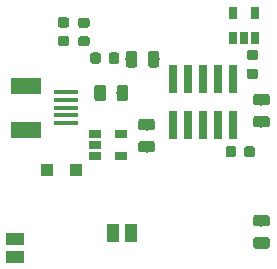
<source format=gbr>
G04 #@! TF.GenerationSoftware,KiCad,Pcbnew,(5.0.1)-rc2*
G04 #@! TF.CreationDate,2019-05-10T17:14:01-07:00*
G04 #@! TF.ProjectId,bullercounter,62756C6C6572636F756E7465722E6B69,rev?*
G04 #@! TF.SameCoordinates,Original*
G04 #@! TF.FileFunction,Paste,Top*
G04 #@! TF.FilePolarity,Positive*
%FSLAX46Y46*%
G04 Gerber Fmt 4.6, Leading zero omitted, Abs format (unit mm)*
G04 Created by KiCad (PCBNEW (5.0.1)-rc2) date 5/10/2019 5:14:01 PM*
%MOMM*%
%LPD*%
G01*
G04 APERTURE LIST*
%ADD10R,2.500000X1.430000*%
%ADD11R,2.000000X0.400000*%
%ADD12C,0.100000*%
%ADD13C,0.975000*%
%ADD14R,1.000000X1.000000*%
%ADD15R,0.740000X2.400000*%
%ADD16C,0.875000*%
%ADD17R,0.650000X1.060000*%
%ADD18R,1.060000X0.650000*%
%ADD19R,1.000000X1.500000*%
%ADD20R,1.500000X1.000000*%
G04 APERTURE END LIST*
D10*
G04 #@! TO.C,J1*
X182003000Y-113952000D03*
D11*
X185403000Y-110802000D03*
X185403000Y-111452000D03*
X185403000Y-112102000D03*
X185403000Y-112752000D03*
X185403000Y-113402000D03*
D10*
X182003000Y-110267000D03*
G04 #@! TD*
D12*
G04 #@! TO.C,D1*
G36*
X193067642Y-107301174D02*
X193091303Y-107304684D01*
X193114507Y-107310496D01*
X193137029Y-107318554D01*
X193158653Y-107328782D01*
X193179170Y-107341079D01*
X193198383Y-107355329D01*
X193216107Y-107371393D01*
X193232171Y-107389117D01*
X193246421Y-107408330D01*
X193258718Y-107428847D01*
X193268946Y-107450471D01*
X193277004Y-107472993D01*
X193282816Y-107496197D01*
X193286326Y-107519858D01*
X193287500Y-107543750D01*
X193287500Y-108456250D01*
X193286326Y-108480142D01*
X193282816Y-108503803D01*
X193277004Y-108527007D01*
X193268946Y-108549529D01*
X193258718Y-108571153D01*
X193246421Y-108591670D01*
X193232171Y-108610883D01*
X193216107Y-108628607D01*
X193198383Y-108644671D01*
X193179170Y-108658921D01*
X193158653Y-108671218D01*
X193137029Y-108681446D01*
X193114507Y-108689504D01*
X193091303Y-108695316D01*
X193067642Y-108698826D01*
X193043750Y-108700000D01*
X192556250Y-108700000D01*
X192532358Y-108698826D01*
X192508697Y-108695316D01*
X192485493Y-108689504D01*
X192462971Y-108681446D01*
X192441347Y-108671218D01*
X192420830Y-108658921D01*
X192401617Y-108644671D01*
X192383893Y-108628607D01*
X192367829Y-108610883D01*
X192353579Y-108591670D01*
X192341282Y-108571153D01*
X192331054Y-108549529D01*
X192322996Y-108527007D01*
X192317184Y-108503803D01*
X192313674Y-108480142D01*
X192312500Y-108456250D01*
X192312500Y-107543750D01*
X192313674Y-107519858D01*
X192317184Y-107496197D01*
X192322996Y-107472993D01*
X192331054Y-107450471D01*
X192341282Y-107428847D01*
X192353579Y-107408330D01*
X192367829Y-107389117D01*
X192383893Y-107371393D01*
X192401617Y-107355329D01*
X192420830Y-107341079D01*
X192441347Y-107328782D01*
X192462971Y-107318554D01*
X192485493Y-107310496D01*
X192508697Y-107304684D01*
X192532358Y-107301174D01*
X192556250Y-107300000D01*
X193043750Y-107300000D01*
X193067642Y-107301174D01*
X193067642Y-107301174D01*
G37*
D13*
X192800000Y-108000000D03*
D12*
G36*
X191192642Y-107301174D02*
X191216303Y-107304684D01*
X191239507Y-107310496D01*
X191262029Y-107318554D01*
X191283653Y-107328782D01*
X191304170Y-107341079D01*
X191323383Y-107355329D01*
X191341107Y-107371393D01*
X191357171Y-107389117D01*
X191371421Y-107408330D01*
X191383718Y-107428847D01*
X191393946Y-107450471D01*
X191402004Y-107472993D01*
X191407816Y-107496197D01*
X191411326Y-107519858D01*
X191412500Y-107543750D01*
X191412500Y-108456250D01*
X191411326Y-108480142D01*
X191407816Y-108503803D01*
X191402004Y-108527007D01*
X191393946Y-108549529D01*
X191383718Y-108571153D01*
X191371421Y-108591670D01*
X191357171Y-108610883D01*
X191341107Y-108628607D01*
X191323383Y-108644671D01*
X191304170Y-108658921D01*
X191283653Y-108671218D01*
X191262029Y-108681446D01*
X191239507Y-108689504D01*
X191216303Y-108695316D01*
X191192642Y-108698826D01*
X191168750Y-108700000D01*
X190681250Y-108700000D01*
X190657358Y-108698826D01*
X190633697Y-108695316D01*
X190610493Y-108689504D01*
X190587971Y-108681446D01*
X190566347Y-108671218D01*
X190545830Y-108658921D01*
X190526617Y-108644671D01*
X190508893Y-108628607D01*
X190492829Y-108610883D01*
X190478579Y-108591670D01*
X190466282Y-108571153D01*
X190456054Y-108549529D01*
X190447996Y-108527007D01*
X190442184Y-108503803D01*
X190438674Y-108480142D01*
X190437500Y-108456250D01*
X190437500Y-107543750D01*
X190438674Y-107519858D01*
X190442184Y-107496197D01*
X190447996Y-107472993D01*
X190456054Y-107450471D01*
X190466282Y-107428847D01*
X190478579Y-107408330D01*
X190492829Y-107389117D01*
X190508893Y-107371393D01*
X190526617Y-107355329D01*
X190545830Y-107341079D01*
X190566347Y-107328782D01*
X190587971Y-107318554D01*
X190610493Y-107310496D01*
X190633697Y-107304684D01*
X190657358Y-107301174D01*
X190681250Y-107300000D01*
X191168750Y-107300000D01*
X191192642Y-107301174D01*
X191192642Y-107301174D01*
G37*
D13*
X190925000Y-108000000D03*
G04 #@! TD*
D14*
G04 #@! TO.C,D2*
X186250000Y-117400000D03*
X183750000Y-117400000D03*
G04 #@! TD*
D15*
G04 #@! TO.C,J2*
X199540000Y-109650000D03*
X199540000Y-113550000D03*
X198270000Y-109650000D03*
X198270000Y-113550000D03*
X197000000Y-109650000D03*
X197000000Y-113550000D03*
X195730000Y-109650000D03*
X195730000Y-113550000D03*
X194460000Y-109650000D03*
X194460000Y-113550000D03*
G04 #@! TD*
D12*
G04 #@! TO.C,L4*
G36*
X192680142Y-113038674D02*
X192703803Y-113042184D01*
X192727007Y-113047996D01*
X192749529Y-113056054D01*
X192771153Y-113066282D01*
X192791670Y-113078579D01*
X192810883Y-113092829D01*
X192828607Y-113108893D01*
X192844671Y-113126617D01*
X192858921Y-113145830D01*
X192871218Y-113166347D01*
X192881446Y-113187971D01*
X192889504Y-113210493D01*
X192895316Y-113233697D01*
X192898826Y-113257358D01*
X192900000Y-113281250D01*
X192900000Y-113768750D01*
X192898826Y-113792642D01*
X192895316Y-113816303D01*
X192889504Y-113839507D01*
X192881446Y-113862029D01*
X192871218Y-113883653D01*
X192858921Y-113904170D01*
X192844671Y-113923383D01*
X192828607Y-113941107D01*
X192810883Y-113957171D01*
X192791670Y-113971421D01*
X192771153Y-113983718D01*
X192749529Y-113993946D01*
X192727007Y-114002004D01*
X192703803Y-114007816D01*
X192680142Y-114011326D01*
X192656250Y-114012500D01*
X191743750Y-114012500D01*
X191719858Y-114011326D01*
X191696197Y-114007816D01*
X191672993Y-114002004D01*
X191650471Y-113993946D01*
X191628847Y-113983718D01*
X191608330Y-113971421D01*
X191589117Y-113957171D01*
X191571393Y-113941107D01*
X191555329Y-113923383D01*
X191541079Y-113904170D01*
X191528782Y-113883653D01*
X191518554Y-113862029D01*
X191510496Y-113839507D01*
X191504684Y-113816303D01*
X191501174Y-113792642D01*
X191500000Y-113768750D01*
X191500000Y-113281250D01*
X191501174Y-113257358D01*
X191504684Y-113233697D01*
X191510496Y-113210493D01*
X191518554Y-113187971D01*
X191528782Y-113166347D01*
X191541079Y-113145830D01*
X191555329Y-113126617D01*
X191571393Y-113108893D01*
X191589117Y-113092829D01*
X191608330Y-113078579D01*
X191628847Y-113066282D01*
X191650471Y-113056054D01*
X191672993Y-113047996D01*
X191696197Y-113042184D01*
X191719858Y-113038674D01*
X191743750Y-113037500D01*
X192656250Y-113037500D01*
X192680142Y-113038674D01*
X192680142Y-113038674D01*
G37*
D13*
X192200000Y-113525000D03*
D12*
G36*
X192680142Y-114913674D02*
X192703803Y-114917184D01*
X192727007Y-114922996D01*
X192749529Y-114931054D01*
X192771153Y-114941282D01*
X192791670Y-114953579D01*
X192810883Y-114967829D01*
X192828607Y-114983893D01*
X192844671Y-115001617D01*
X192858921Y-115020830D01*
X192871218Y-115041347D01*
X192881446Y-115062971D01*
X192889504Y-115085493D01*
X192895316Y-115108697D01*
X192898826Y-115132358D01*
X192900000Y-115156250D01*
X192900000Y-115643750D01*
X192898826Y-115667642D01*
X192895316Y-115691303D01*
X192889504Y-115714507D01*
X192881446Y-115737029D01*
X192871218Y-115758653D01*
X192858921Y-115779170D01*
X192844671Y-115798383D01*
X192828607Y-115816107D01*
X192810883Y-115832171D01*
X192791670Y-115846421D01*
X192771153Y-115858718D01*
X192749529Y-115868946D01*
X192727007Y-115877004D01*
X192703803Y-115882816D01*
X192680142Y-115886326D01*
X192656250Y-115887500D01*
X191743750Y-115887500D01*
X191719858Y-115886326D01*
X191696197Y-115882816D01*
X191672993Y-115877004D01*
X191650471Y-115868946D01*
X191628847Y-115858718D01*
X191608330Y-115846421D01*
X191589117Y-115832171D01*
X191571393Y-115816107D01*
X191555329Y-115798383D01*
X191541079Y-115779170D01*
X191528782Y-115758653D01*
X191518554Y-115737029D01*
X191510496Y-115714507D01*
X191504684Y-115691303D01*
X191501174Y-115667642D01*
X191500000Y-115643750D01*
X191500000Y-115156250D01*
X191501174Y-115132358D01*
X191504684Y-115108697D01*
X191510496Y-115085493D01*
X191518554Y-115062971D01*
X191528782Y-115041347D01*
X191541079Y-115020830D01*
X191555329Y-115001617D01*
X191571393Y-114983893D01*
X191589117Y-114967829D01*
X191608330Y-114953579D01*
X191628847Y-114941282D01*
X191650471Y-114931054D01*
X191672993Y-114922996D01*
X191696197Y-114917184D01*
X191719858Y-114913674D01*
X191743750Y-114912500D01*
X192656250Y-114912500D01*
X192680142Y-114913674D01*
X192680142Y-114913674D01*
G37*
D13*
X192200000Y-115400000D03*
G04 #@! TD*
D12*
G04 #@! TO.C,R7*
G36*
X201445691Y-108783553D02*
X201466926Y-108786703D01*
X201487750Y-108791919D01*
X201507962Y-108799151D01*
X201527368Y-108808330D01*
X201545781Y-108819366D01*
X201563024Y-108832154D01*
X201578930Y-108846570D01*
X201593346Y-108862476D01*
X201606134Y-108879719D01*
X201617170Y-108898132D01*
X201626349Y-108917538D01*
X201633581Y-108937750D01*
X201638797Y-108958574D01*
X201641947Y-108979809D01*
X201643000Y-109001250D01*
X201643000Y-109438750D01*
X201641947Y-109460191D01*
X201638797Y-109481426D01*
X201633581Y-109502250D01*
X201626349Y-109522462D01*
X201617170Y-109541868D01*
X201606134Y-109560281D01*
X201593346Y-109577524D01*
X201578930Y-109593430D01*
X201563024Y-109607846D01*
X201545781Y-109620634D01*
X201527368Y-109631670D01*
X201507962Y-109640849D01*
X201487750Y-109648081D01*
X201466926Y-109653297D01*
X201445691Y-109656447D01*
X201424250Y-109657500D01*
X200911750Y-109657500D01*
X200890309Y-109656447D01*
X200869074Y-109653297D01*
X200848250Y-109648081D01*
X200828038Y-109640849D01*
X200808632Y-109631670D01*
X200790219Y-109620634D01*
X200772976Y-109607846D01*
X200757070Y-109593430D01*
X200742654Y-109577524D01*
X200729866Y-109560281D01*
X200718830Y-109541868D01*
X200709651Y-109522462D01*
X200702419Y-109502250D01*
X200697203Y-109481426D01*
X200694053Y-109460191D01*
X200693000Y-109438750D01*
X200693000Y-109001250D01*
X200694053Y-108979809D01*
X200697203Y-108958574D01*
X200702419Y-108937750D01*
X200709651Y-108917538D01*
X200718830Y-108898132D01*
X200729866Y-108879719D01*
X200742654Y-108862476D01*
X200757070Y-108846570D01*
X200772976Y-108832154D01*
X200790219Y-108819366D01*
X200808632Y-108808330D01*
X200828038Y-108799151D01*
X200848250Y-108791919D01*
X200869074Y-108786703D01*
X200890309Y-108783553D01*
X200911750Y-108782500D01*
X201424250Y-108782500D01*
X201445691Y-108783553D01*
X201445691Y-108783553D01*
G37*
D16*
X201168000Y-109220000D03*
D12*
G36*
X201445691Y-107208553D02*
X201466926Y-107211703D01*
X201487750Y-107216919D01*
X201507962Y-107224151D01*
X201527368Y-107233330D01*
X201545781Y-107244366D01*
X201563024Y-107257154D01*
X201578930Y-107271570D01*
X201593346Y-107287476D01*
X201606134Y-107304719D01*
X201617170Y-107323132D01*
X201626349Y-107342538D01*
X201633581Y-107362750D01*
X201638797Y-107383574D01*
X201641947Y-107404809D01*
X201643000Y-107426250D01*
X201643000Y-107863750D01*
X201641947Y-107885191D01*
X201638797Y-107906426D01*
X201633581Y-107927250D01*
X201626349Y-107947462D01*
X201617170Y-107966868D01*
X201606134Y-107985281D01*
X201593346Y-108002524D01*
X201578930Y-108018430D01*
X201563024Y-108032846D01*
X201545781Y-108045634D01*
X201527368Y-108056670D01*
X201507962Y-108065849D01*
X201487750Y-108073081D01*
X201466926Y-108078297D01*
X201445691Y-108081447D01*
X201424250Y-108082500D01*
X200911750Y-108082500D01*
X200890309Y-108081447D01*
X200869074Y-108078297D01*
X200848250Y-108073081D01*
X200828038Y-108065849D01*
X200808632Y-108056670D01*
X200790219Y-108045634D01*
X200772976Y-108032846D01*
X200757070Y-108018430D01*
X200742654Y-108002524D01*
X200729866Y-107985281D01*
X200718830Y-107966868D01*
X200709651Y-107947462D01*
X200702419Y-107927250D01*
X200697203Y-107906426D01*
X200694053Y-107885191D01*
X200693000Y-107863750D01*
X200693000Y-107426250D01*
X200694053Y-107404809D01*
X200697203Y-107383574D01*
X200702419Y-107362750D01*
X200709651Y-107342538D01*
X200718830Y-107323132D01*
X200729866Y-107304719D01*
X200742654Y-107287476D01*
X200757070Y-107271570D01*
X200772976Y-107257154D01*
X200790219Y-107244366D01*
X200808632Y-107233330D01*
X200828038Y-107224151D01*
X200848250Y-107216919D01*
X200869074Y-107211703D01*
X200890309Y-107208553D01*
X200911750Y-107207500D01*
X201424250Y-107207500D01*
X201445691Y-107208553D01*
X201445691Y-107208553D01*
G37*
D16*
X201168000Y-107645000D03*
G04 #@! TD*
D12*
G04 #@! TO.C,R10*
G36*
X199579191Y-115350053D02*
X199600426Y-115353203D01*
X199621250Y-115358419D01*
X199641462Y-115365651D01*
X199660868Y-115374830D01*
X199679281Y-115385866D01*
X199696524Y-115398654D01*
X199712430Y-115413070D01*
X199726846Y-115428976D01*
X199739634Y-115446219D01*
X199750670Y-115464632D01*
X199759849Y-115484038D01*
X199767081Y-115504250D01*
X199772297Y-115525074D01*
X199775447Y-115546309D01*
X199776500Y-115567750D01*
X199776500Y-116080250D01*
X199775447Y-116101691D01*
X199772297Y-116122926D01*
X199767081Y-116143750D01*
X199759849Y-116163962D01*
X199750670Y-116183368D01*
X199739634Y-116201781D01*
X199726846Y-116219024D01*
X199712430Y-116234930D01*
X199696524Y-116249346D01*
X199679281Y-116262134D01*
X199660868Y-116273170D01*
X199641462Y-116282349D01*
X199621250Y-116289581D01*
X199600426Y-116294797D01*
X199579191Y-116297947D01*
X199557750Y-116299000D01*
X199120250Y-116299000D01*
X199098809Y-116297947D01*
X199077574Y-116294797D01*
X199056750Y-116289581D01*
X199036538Y-116282349D01*
X199017132Y-116273170D01*
X198998719Y-116262134D01*
X198981476Y-116249346D01*
X198965570Y-116234930D01*
X198951154Y-116219024D01*
X198938366Y-116201781D01*
X198927330Y-116183368D01*
X198918151Y-116163962D01*
X198910919Y-116143750D01*
X198905703Y-116122926D01*
X198902553Y-116101691D01*
X198901500Y-116080250D01*
X198901500Y-115567750D01*
X198902553Y-115546309D01*
X198905703Y-115525074D01*
X198910919Y-115504250D01*
X198918151Y-115484038D01*
X198927330Y-115464632D01*
X198938366Y-115446219D01*
X198951154Y-115428976D01*
X198965570Y-115413070D01*
X198981476Y-115398654D01*
X198998719Y-115385866D01*
X199017132Y-115374830D01*
X199036538Y-115365651D01*
X199056750Y-115358419D01*
X199077574Y-115353203D01*
X199098809Y-115350053D01*
X199120250Y-115349000D01*
X199557750Y-115349000D01*
X199579191Y-115350053D01*
X199579191Y-115350053D01*
G37*
D16*
X199339000Y-115824000D03*
D12*
G36*
X201154191Y-115350053D02*
X201175426Y-115353203D01*
X201196250Y-115358419D01*
X201216462Y-115365651D01*
X201235868Y-115374830D01*
X201254281Y-115385866D01*
X201271524Y-115398654D01*
X201287430Y-115413070D01*
X201301846Y-115428976D01*
X201314634Y-115446219D01*
X201325670Y-115464632D01*
X201334849Y-115484038D01*
X201342081Y-115504250D01*
X201347297Y-115525074D01*
X201350447Y-115546309D01*
X201351500Y-115567750D01*
X201351500Y-116080250D01*
X201350447Y-116101691D01*
X201347297Y-116122926D01*
X201342081Y-116143750D01*
X201334849Y-116163962D01*
X201325670Y-116183368D01*
X201314634Y-116201781D01*
X201301846Y-116219024D01*
X201287430Y-116234930D01*
X201271524Y-116249346D01*
X201254281Y-116262134D01*
X201235868Y-116273170D01*
X201216462Y-116282349D01*
X201196250Y-116289581D01*
X201175426Y-116294797D01*
X201154191Y-116297947D01*
X201132750Y-116299000D01*
X200695250Y-116299000D01*
X200673809Y-116297947D01*
X200652574Y-116294797D01*
X200631750Y-116289581D01*
X200611538Y-116282349D01*
X200592132Y-116273170D01*
X200573719Y-116262134D01*
X200556476Y-116249346D01*
X200540570Y-116234930D01*
X200526154Y-116219024D01*
X200513366Y-116201781D01*
X200502330Y-116183368D01*
X200493151Y-116163962D01*
X200485919Y-116143750D01*
X200480703Y-116122926D01*
X200477553Y-116101691D01*
X200476500Y-116080250D01*
X200476500Y-115567750D01*
X200477553Y-115546309D01*
X200480703Y-115525074D01*
X200485919Y-115504250D01*
X200493151Y-115484038D01*
X200502330Y-115464632D01*
X200513366Y-115446219D01*
X200526154Y-115428976D01*
X200540570Y-115413070D01*
X200556476Y-115398654D01*
X200573719Y-115385866D01*
X200592132Y-115374830D01*
X200611538Y-115365651D01*
X200631750Y-115358419D01*
X200652574Y-115353203D01*
X200673809Y-115350053D01*
X200695250Y-115349000D01*
X201132750Y-115349000D01*
X201154191Y-115350053D01*
X201154191Y-115350053D01*
G37*
D16*
X200914000Y-115824000D03*
G04 #@! TD*
D17*
G04 #@! TO.C,U1*
X199499180Y-104040760D03*
X201399180Y-104040760D03*
X201399180Y-106240760D03*
X200449180Y-106240760D03*
X199499180Y-106240760D03*
G04 #@! TD*
D18*
G04 #@! TO.C,U7*
X187800000Y-114300000D03*
X187800000Y-115250000D03*
X187800000Y-116200000D03*
X190000000Y-116200000D03*
X190000000Y-114300000D03*
G04 #@! TD*
D12*
G04 #@! TO.C,C3*
G36*
X202410142Y-110922674D02*
X202433803Y-110926184D01*
X202457007Y-110931996D01*
X202479529Y-110940054D01*
X202501153Y-110950282D01*
X202521670Y-110962579D01*
X202540883Y-110976829D01*
X202558607Y-110992893D01*
X202574671Y-111010617D01*
X202588921Y-111029830D01*
X202601218Y-111050347D01*
X202611446Y-111071971D01*
X202619504Y-111094493D01*
X202625316Y-111117697D01*
X202628826Y-111141358D01*
X202630000Y-111165250D01*
X202630000Y-111652750D01*
X202628826Y-111676642D01*
X202625316Y-111700303D01*
X202619504Y-111723507D01*
X202611446Y-111746029D01*
X202601218Y-111767653D01*
X202588921Y-111788170D01*
X202574671Y-111807383D01*
X202558607Y-111825107D01*
X202540883Y-111841171D01*
X202521670Y-111855421D01*
X202501153Y-111867718D01*
X202479529Y-111877946D01*
X202457007Y-111886004D01*
X202433803Y-111891816D01*
X202410142Y-111895326D01*
X202386250Y-111896500D01*
X201473750Y-111896500D01*
X201449858Y-111895326D01*
X201426197Y-111891816D01*
X201402993Y-111886004D01*
X201380471Y-111877946D01*
X201358847Y-111867718D01*
X201338330Y-111855421D01*
X201319117Y-111841171D01*
X201301393Y-111825107D01*
X201285329Y-111807383D01*
X201271079Y-111788170D01*
X201258782Y-111767653D01*
X201248554Y-111746029D01*
X201240496Y-111723507D01*
X201234684Y-111700303D01*
X201231174Y-111676642D01*
X201230000Y-111652750D01*
X201230000Y-111165250D01*
X201231174Y-111141358D01*
X201234684Y-111117697D01*
X201240496Y-111094493D01*
X201248554Y-111071971D01*
X201258782Y-111050347D01*
X201271079Y-111029830D01*
X201285329Y-111010617D01*
X201301393Y-110992893D01*
X201319117Y-110976829D01*
X201338330Y-110962579D01*
X201358847Y-110950282D01*
X201380471Y-110940054D01*
X201402993Y-110931996D01*
X201426197Y-110926184D01*
X201449858Y-110922674D01*
X201473750Y-110921500D01*
X202386250Y-110921500D01*
X202410142Y-110922674D01*
X202410142Y-110922674D01*
G37*
D13*
X201930000Y-111409000D03*
D12*
G36*
X202410142Y-112797674D02*
X202433803Y-112801184D01*
X202457007Y-112806996D01*
X202479529Y-112815054D01*
X202501153Y-112825282D01*
X202521670Y-112837579D01*
X202540883Y-112851829D01*
X202558607Y-112867893D01*
X202574671Y-112885617D01*
X202588921Y-112904830D01*
X202601218Y-112925347D01*
X202611446Y-112946971D01*
X202619504Y-112969493D01*
X202625316Y-112992697D01*
X202628826Y-113016358D01*
X202630000Y-113040250D01*
X202630000Y-113527750D01*
X202628826Y-113551642D01*
X202625316Y-113575303D01*
X202619504Y-113598507D01*
X202611446Y-113621029D01*
X202601218Y-113642653D01*
X202588921Y-113663170D01*
X202574671Y-113682383D01*
X202558607Y-113700107D01*
X202540883Y-113716171D01*
X202521670Y-113730421D01*
X202501153Y-113742718D01*
X202479529Y-113752946D01*
X202457007Y-113761004D01*
X202433803Y-113766816D01*
X202410142Y-113770326D01*
X202386250Y-113771500D01*
X201473750Y-113771500D01*
X201449858Y-113770326D01*
X201426197Y-113766816D01*
X201402993Y-113761004D01*
X201380471Y-113752946D01*
X201358847Y-113742718D01*
X201338330Y-113730421D01*
X201319117Y-113716171D01*
X201301393Y-113700107D01*
X201285329Y-113682383D01*
X201271079Y-113663170D01*
X201258782Y-113642653D01*
X201248554Y-113621029D01*
X201240496Y-113598507D01*
X201234684Y-113575303D01*
X201231174Y-113551642D01*
X201230000Y-113527750D01*
X201230000Y-113040250D01*
X201231174Y-113016358D01*
X201234684Y-112992697D01*
X201240496Y-112969493D01*
X201248554Y-112946971D01*
X201258782Y-112925347D01*
X201271079Y-112904830D01*
X201285329Y-112885617D01*
X201301393Y-112867893D01*
X201319117Y-112851829D01*
X201338330Y-112837579D01*
X201358847Y-112825282D01*
X201380471Y-112815054D01*
X201402993Y-112806996D01*
X201426197Y-112801184D01*
X201449858Y-112797674D01*
X201473750Y-112796500D01*
X202386250Y-112796500D01*
X202410142Y-112797674D01*
X202410142Y-112797674D01*
G37*
D13*
X201930000Y-113284000D03*
G04 #@! TD*
D12*
G04 #@! TO.C,C12*
G36*
X190417642Y-110151174D02*
X190441303Y-110154684D01*
X190464507Y-110160496D01*
X190487029Y-110168554D01*
X190508653Y-110178782D01*
X190529170Y-110191079D01*
X190548383Y-110205329D01*
X190566107Y-110221393D01*
X190582171Y-110239117D01*
X190596421Y-110258330D01*
X190608718Y-110278847D01*
X190618946Y-110300471D01*
X190627004Y-110322993D01*
X190632816Y-110346197D01*
X190636326Y-110369858D01*
X190637500Y-110393750D01*
X190637500Y-111306250D01*
X190636326Y-111330142D01*
X190632816Y-111353803D01*
X190627004Y-111377007D01*
X190618946Y-111399529D01*
X190608718Y-111421153D01*
X190596421Y-111441670D01*
X190582171Y-111460883D01*
X190566107Y-111478607D01*
X190548383Y-111494671D01*
X190529170Y-111508921D01*
X190508653Y-111521218D01*
X190487029Y-111531446D01*
X190464507Y-111539504D01*
X190441303Y-111545316D01*
X190417642Y-111548826D01*
X190393750Y-111550000D01*
X189906250Y-111550000D01*
X189882358Y-111548826D01*
X189858697Y-111545316D01*
X189835493Y-111539504D01*
X189812971Y-111531446D01*
X189791347Y-111521218D01*
X189770830Y-111508921D01*
X189751617Y-111494671D01*
X189733893Y-111478607D01*
X189717829Y-111460883D01*
X189703579Y-111441670D01*
X189691282Y-111421153D01*
X189681054Y-111399529D01*
X189672996Y-111377007D01*
X189667184Y-111353803D01*
X189663674Y-111330142D01*
X189662500Y-111306250D01*
X189662500Y-110393750D01*
X189663674Y-110369858D01*
X189667184Y-110346197D01*
X189672996Y-110322993D01*
X189681054Y-110300471D01*
X189691282Y-110278847D01*
X189703579Y-110258330D01*
X189717829Y-110239117D01*
X189733893Y-110221393D01*
X189751617Y-110205329D01*
X189770830Y-110191079D01*
X189791347Y-110178782D01*
X189812971Y-110168554D01*
X189835493Y-110160496D01*
X189858697Y-110154684D01*
X189882358Y-110151174D01*
X189906250Y-110150000D01*
X190393750Y-110150000D01*
X190417642Y-110151174D01*
X190417642Y-110151174D01*
G37*
D13*
X190150000Y-110850000D03*
D12*
G36*
X188542642Y-110151174D02*
X188566303Y-110154684D01*
X188589507Y-110160496D01*
X188612029Y-110168554D01*
X188633653Y-110178782D01*
X188654170Y-110191079D01*
X188673383Y-110205329D01*
X188691107Y-110221393D01*
X188707171Y-110239117D01*
X188721421Y-110258330D01*
X188733718Y-110278847D01*
X188743946Y-110300471D01*
X188752004Y-110322993D01*
X188757816Y-110346197D01*
X188761326Y-110369858D01*
X188762500Y-110393750D01*
X188762500Y-111306250D01*
X188761326Y-111330142D01*
X188757816Y-111353803D01*
X188752004Y-111377007D01*
X188743946Y-111399529D01*
X188733718Y-111421153D01*
X188721421Y-111441670D01*
X188707171Y-111460883D01*
X188691107Y-111478607D01*
X188673383Y-111494671D01*
X188654170Y-111508921D01*
X188633653Y-111521218D01*
X188612029Y-111531446D01*
X188589507Y-111539504D01*
X188566303Y-111545316D01*
X188542642Y-111548826D01*
X188518750Y-111550000D01*
X188031250Y-111550000D01*
X188007358Y-111548826D01*
X187983697Y-111545316D01*
X187960493Y-111539504D01*
X187937971Y-111531446D01*
X187916347Y-111521218D01*
X187895830Y-111508921D01*
X187876617Y-111494671D01*
X187858893Y-111478607D01*
X187842829Y-111460883D01*
X187828579Y-111441670D01*
X187816282Y-111421153D01*
X187806054Y-111399529D01*
X187797996Y-111377007D01*
X187792184Y-111353803D01*
X187788674Y-111330142D01*
X187787500Y-111306250D01*
X187787500Y-110393750D01*
X187788674Y-110369858D01*
X187792184Y-110346197D01*
X187797996Y-110322993D01*
X187806054Y-110300471D01*
X187816282Y-110278847D01*
X187828579Y-110258330D01*
X187842829Y-110239117D01*
X187858893Y-110221393D01*
X187876617Y-110205329D01*
X187895830Y-110191079D01*
X187916347Y-110178782D01*
X187937971Y-110168554D01*
X187960493Y-110160496D01*
X187983697Y-110154684D01*
X188007358Y-110151174D01*
X188031250Y-110150000D01*
X188518750Y-110150000D01*
X188542642Y-110151174D01*
X188542642Y-110151174D01*
G37*
D13*
X188275000Y-110850000D03*
G04 #@! TD*
D12*
G04 #@! TO.C,R3*
G36*
X187177691Y-104468553D02*
X187198926Y-104471703D01*
X187219750Y-104476919D01*
X187239962Y-104484151D01*
X187259368Y-104493330D01*
X187277781Y-104504366D01*
X187295024Y-104517154D01*
X187310930Y-104531570D01*
X187325346Y-104547476D01*
X187338134Y-104564719D01*
X187349170Y-104583132D01*
X187358349Y-104602538D01*
X187365581Y-104622750D01*
X187370797Y-104643574D01*
X187373947Y-104664809D01*
X187375000Y-104686250D01*
X187375000Y-105123750D01*
X187373947Y-105145191D01*
X187370797Y-105166426D01*
X187365581Y-105187250D01*
X187358349Y-105207462D01*
X187349170Y-105226868D01*
X187338134Y-105245281D01*
X187325346Y-105262524D01*
X187310930Y-105278430D01*
X187295024Y-105292846D01*
X187277781Y-105305634D01*
X187259368Y-105316670D01*
X187239962Y-105325849D01*
X187219750Y-105333081D01*
X187198926Y-105338297D01*
X187177691Y-105341447D01*
X187156250Y-105342500D01*
X186643750Y-105342500D01*
X186622309Y-105341447D01*
X186601074Y-105338297D01*
X186580250Y-105333081D01*
X186560038Y-105325849D01*
X186540632Y-105316670D01*
X186522219Y-105305634D01*
X186504976Y-105292846D01*
X186489070Y-105278430D01*
X186474654Y-105262524D01*
X186461866Y-105245281D01*
X186450830Y-105226868D01*
X186441651Y-105207462D01*
X186434419Y-105187250D01*
X186429203Y-105166426D01*
X186426053Y-105145191D01*
X186425000Y-105123750D01*
X186425000Y-104686250D01*
X186426053Y-104664809D01*
X186429203Y-104643574D01*
X186434419Y-104622750D01*
X186441651Y-104602538D01*
X186450830Y-104583132D01*
X186461866Y-104564719D01*
X186474654Y-104547476D01*
X186489070Y-104531570D01*
X186504976Y-104517154D01*
X186522219Y-104504366D01*
X186540632Y-104493330D01*
X186560038Y-104484151D01*
X186580250Y-104476919D01*
X186601074Y-104471703D01*
X186622309Y-104468553D01*
X186643750Y-104467500D01*
X187156250Y-104467500D01*
X187177691Y-104468553D01*
X187177691Y-104468553D01*
G37*
D16*
X186900000Y-104905000D03*
D12*
G36*
X187177691Y-106043553D02*
X187198926Y-106046703D01*
X187219750Y-106051919D01*
X187239962Y-106059151D01*
X187259368Y-106068330D01*
X187277781Y-106079366D01*
X187295024Y-106092154D01*
X187310930Y-106106570D01*
X187325346Y-106122476D01*
X187338134Y-106139719D01*
X187349170Y-106158132D01*
X187358349Y-106177538D01*
X187365581Y-106197750D01*
X187370797Y-106218574D01*
X187373947Y-106239809D01*
X187375000Y-106261250D01*
X187375000Y-106698750D01*
X187373947Y-106720191D01*
X187370797Y-106741426D01*
X187365581Y-106762250D01*
X187358349Y-106782462D01*
X187349170Y-106801868D01*
X187338134Y-106820281D01*
X187325346Y-106837524D01*
X187310930Y-106853430D01*
X187295024Y-106867846D01*
X187277781Y-106880634D01*
X187259368Y-106891670D01*
X187239962Y-106900849D01*
X187219750Y-106908081D01*
X187198926Y-106913297D01*
X187177691Y-106916447D01*
X187156250Y-106917500D01*
X186643750Y-106917500D01*
X186622309Y-106916447D01*
X186601074Y-106913297D01*
X186580250Y-106908081D01*
X186560038Y-106900849D01*
X186540632Y-106891670D01*
X186522219Y-106880634D01*
X186504976Y-106867846D01*
X186489070Y-106853430D01*
X186474654Y-106837524D01*
X186461866Y-106820281D01*
X186450830Y-106801868D01*
X186441651Y-106782462D01*
X186434419Y-106762250D01*
X186429203Y-106741426D01*
X186426053Y-106720191D01*
X186425000Y-106698750D01*
X186425000Y-106261250D01*
X186426053Y-106239809D01*
X186429203Y-106218574D01*
X186434419Y-106197750D01*
X186441651Y-106177538D01*
X186450830Y-106158132D01*
X186461866Y-106139719D01*
X186474654Y-106122476D01*
X186489070Y-106106570D01*
X186504976Y-106092154D01*
X186522219Y-106079366D01*
X186540632Y-106068330D01*
X186560038Y-106059151D01*
X186580250Y-106051919D01*
X186601074Y-106046703D01*
X186622309Y-106043553D01*
X186643750Y-106042500D01*
X187156250Y-106042500D01*
X187177691Y-106043553D01*
X187177691Y-106043553D01*
G37*
D16*
X186900000Y-106480000D03*
G04 #@! TD*
D12*
G04 #@! TO.C,R4*
G36*
X185443691Y-106015053D02*
X185464926Y-106018203D01*
X185485750Y-106023419D01*
X185505962Y-106030651D01*
X185525368Y-106039830D01*
X185543781Y-106050866D01*
X185561024Y-106063654D01*
X185576930Y-106078070D01*
X185591346Y-106093976D01*
X185604134Y-106111219D01*
X185615170Y-106129632D01*
X185624349Y-106149038D01*
X185631581Y-106169250D01*
X185636797Y-106190074D01*
X185639947Y-106211309D01*
X185641000Y-106232750D01*
X185641000Y-106670250D01*
X185639947Y-106691691D01*
X185636797Y-106712926D01*
X185631581Y-106733750D01*
X185624349Y-106753962D01*
X185615170Y-106773368D01*
X185604134Y-106791781D01*
X185591346Y-106809024D01*
X185576930Y-106824930D01*
X185561024Y-106839346D01*
X185543781Y-106852134D01*
X185525368Y-106863170D01*
X185505962Y-106872349D01*
X185485750Y-106879581D01*
X185464926Y-106884797D01*
X185443691Y-106887947D01*
X185422250Y-106889000D01*
X184909750Y-106889000D01*
X184888309Y-106887947D01*
X184867074Y-106884797D01*
X184846250Y-106879581D01*
X184826038Y-106872349D01*
X184806632Y-106863170D01*
X184788219Y-106852134D01*
X184770976Y-106839346D01*
X184755070Y-106824930D01*
X184740654Y-106809024D01*
X184727866Y-106791781D01*
X184716830Y-106773368D01*
X184707651Y-106753962D01*
X184700419Y-106733750D01*
X184695203Y-106712926D01*
X184692053Y-106691691D01*
X184691000Y-106670250D01*
X184691000Y-106232750D01*
X184692053Y-106211309D01*
X184695203Y-106190074D01*
X184700419Y-106169250D01*
X184707651Y-106149038D01*
X184716830Y-106129632D01*
X184727866Y-106111219D01*
X184740654Y-106093976D01*
X184755070Y-106078070D01*
X184770976Y-106063654D01*
X184788219Y-106050866D01*
X184806632Y-106039830D01*
X184826038Y-106030651D01*
X184846250Y-106023419D01*
X184867074Y-106018203D01*
X184888309Y-106015053D01*
X184909750Y-106014000D01*
X185422250Y-106014000D01*
X185443691Y-106015053D01*
X185443691Y-106015053D01*
G37*
D16*
X185166000Y-106451500D03*
D12*
G36*
X185443691Y-104440053D02*
X185464926Y-104443203D01*
X185485750Y-104448419D01*
X185505962Y-104455651D01*
X185525368Y-104464830D01*
X185543781Y-104475866D01*
X185561024Y-104488654D01*
X185576930Y-104503070D01*
X185591346Y-104518976D01*
X185604134Y-104536219D01*
X185615170Y-104554632D01*
X185624349Y-104574038D01*
X185631581Y-104594250D01*
X185636797Y-104615074D01*
X185639947Y-104636309D01*
X185641000Y-104657750D01*
X185641000Y-105095250D01*
X185639947Y-105116691D01*
X185636797Y-105137926D01*
X185631581Y-105158750D01*
X185624349Y-105178962D01*
X185615170Y-105198368D01*
X185604134Y-105216781D01*
X185591346Y-105234024D01*
X185576930Y-105249930D01*
X185561024Y-105264346D01*
X185543781Y-105277134D01*
X185525368Y-105288170D01*
X185505962Y-105297349D01*
X185485750Y-105304581D01*
X185464926Y-105309797D01*
X185443691Y-105312947D01*
X185422250Y-105314000D01*
X184909750Y-105314000D01*
X184888309Y-105312947D01*
X184867074Y-105309797D01*
X184846250Y-105304581D01*
X184826038Y-105297349D01*
X184806632Y-105288170D01*
X184788219Y-105277134D01*
X184770976Y-105264346D01*
X184755070Y-105249930D01*
X184740654Y-105234024D01*
X184727866Y-105216781D01*
X184716830Y-105198368D01*
X184707651Y-105178962D01*
X184700419Y-105158750D01*
X184695203Y-105137926D01*
X184692053Y-105116691D01*
X184691000Y-105095250D01*
X184691000Y-104657750D01*
X184692053Y-104636309D01*
X184695203Y-104615074D01*
X184700419Y-104594250D01*
X184707651Y-104574038D01*
X184716830Y-104554632D01*
X184727866Y-104536219D01*
X184740654Y-104518976D01*
X184755070Y-104503070D01*
X184770976Y-104488654D01*
X184788219Y-104475866D01*
X184806632Y-104464830D01*
X184826038Y-104455651D01*
X184846250Y-104448419D01*
X184867074Y-104443203D01*
X184888309Y-104440053D01*
X184909750Y-104439000D01*
X185422250Y-104439000D01*
X185443691Y-104440053D01*
X185443691Y-104440053D01*
G37*
D16*
X185166000Y-104876500D03*
G04 #@! TD*
D12*
G04 #@! TO.C,R5*
G36*
X188115191Y-107426053D02*
X188136426Y-107429203D01*
X188157250Y-107434419D01*
X188177462Y-107441651D01*
X188196868Y-107450830D01*
X188215281Y-107461866D01*
X188232524Y-107474654D01*
X188248430Y-107489070D01*
X188262846Y-107504976D01*
X188275634Y-107522219D01*
X188286670Y-107540632D01*
X188295849Y-107560038D01*
X188303081Y-107580250D01*
X188308297Y-107601074D01*
X188311447Y-107622309D01*
X188312500Y-107643750D01*
X188312500Y-108156250D01*
X188311447Y-108177691D01*
X188308297Y-108198926D01*
X188303081Y-108219750D01*
X188295849Y-108239962D01*
X188286670Y-108259368D01*
X188275634Y-108277781D01*
X188262846Y-108295024D01*
X188248430Y-108310930D01*
X188232524Y-108325346D01*
X188215281Y-108338134D01*
X188196868Y-108349170D01*
X188177462Y-108358349D01*
X188157250Y-108365581D01*
X188136426Y-108370797D01*
X188115191Y-108373947D01*
X188093750Y-108375000D01*
X187656250Y-108375000D01*
X187634809Y-108373947D01*
X187613574Y-108370797D01*
X187592750Y-108365581D01*
X187572538Y-108358349D01*
X187553132Y-108349170D01*
X187534719Y-108338134D01*
X187517476Y-108325346D01*
X187501570Y-108310930D01*
X187487154Y-108295024D01*
X187474366Y-108277781D01*
X187463330Y-108259368D01*
X187454151Y-108239962D01*
X187446919Y-108219750D01*
X187441703Y-108198926D01*
X187438553Y-108177691D01*
X187437500Y-108156250D01*
X187437500Y-107643750D01*
X187438553Y-107622309D01*
X187441703Y-107601074D01*
X187446919Y-107580250D01*
X187454151Y-107560038D01*
X187463330Y-107540632D01*
X187474366Y-107522219D01*
X187487154Y-107504976D01*
X187501570Y-107489070D01*
X187517476Y-107474654D01*
X187534719Y-107461866D01*
X187553132Y-107450830D01*
X187572538Y-107441651D01*
X187592750Y-107434419D01*
X187613574Y-107429203D01*
X187634809Y-107426053D01*
X187656250Y-107425000D01*
X188093750Y-107425000D01*
X188115191Y-107426053D01*
X188115191Y-107426053D01*
G37*
D16*
X187875000Y-107900000D03*
D12*
G36*
X189690191Y-107426053D02*
X189711426Y-107429203D01*
X189732250Y-107434419D01*
X189752462Y-107441651D01*
X189771868Y-107450830D01*
X189790281Y-107461866D01*
X189807524Y-107474654D01*
X189823430Y-107489070D01*
X189837846Y-107504976D01*
X189850634Y-107522219D01*
X189861670Y-107540632D01*
X189870849Y-107560038D01*
X189878081Y-107580250D01*
X189883297Y-107601074D01*
X189886447Y-107622309D01*
X189887500Y-107643750D01*
X189887500Y-108156250D01*
X189886447Y-108177691D01*
X189883297Y-108198926D01*
X189878081Y-108219750D01*
X189870849Y-108239962D01*
X189861670Y-108259368D01*
X189850634Y-108277781D01*
X189837846Y-108295024D01*
X189823430Y-108310930D01*
X189807524Y-108325346D01*
X189790281Y-108338134D01*
X189771868Y-108349170D01*
X189752462Y-108358349D01*
X189732250Y-108365581D01*
X189711426Y-108370797D01*
X189690191Y-108373947D01*
X189668750Y-108375000D01*
X189231250Y-108375000D01*
X189209809Y-108373947D01*
X189188574Y-108370797D01*
X189167750Y-108365581D01*
X189147538Y-108358349D01*
X189128132Y-108349170D01*
X189109719Y-108338134D01*
X189092476Y-108325346D01*
X189076570Y-108310930D01*
X189062154Y-108295024D01*
X189049366Y-108277781D01*
X189038330Y-108259368D01*
X189029151Y-108239962D01*
X189021919Y-108219750D01*
X189016703Y-108198926D01*
X189013553Y-108177691D01*
X189012500Y-108156250D01*
X189012500Y-107643750D01*
X189013553Y-107622309D01*
X189016703Y-107601074D01*
X189021919Y-107580250D01*
X189029151Y-107560038D01*
X189038330Y-107540632D01*
X189049366Y-107522219D01*
X189062154Y-107504976D01*
X189076570Y-107489070D01*
X189092476Y-107474654D01*
X189109719Y-107461866D01*
X189128132Y-107450830D01*
X189147538Y-107441651D01*
X189167750Y-107434419D01*
X189188574Y-107429203D01*
X189209809Y-107426053D01*
X189231250Y-107425000D01*
X189668750Y-107425000D01*
X189690191Y-107426053D01*
X189690191Y-107426053D01*
G37*
D16*
X189450000Y-107900000D03*
G04 #@! TD*
D19*
G04 #@! TO.C,J5*
X189381000Y-122682000D03*
X190881000Y-122682000D03*
G04 #@! TD*
D20*
G04 #@! TO.C,J3*
X181102000Y-123214000D03*
X181102000Y-124714000D03*
G04 #@! TD*
D12*
G04 #@! TO.C,C10*
G36*
X202410142Y-123054674D02*
X202433803Y-123058184D01*
X202457007Y-123063996D01*
X202479529Y-123072054D01*
X202501153Y-123082282D01*
X202521670Y-123094579D01*
X202540883Y-123108829D01*
X202558607Y-123124893D01*
X202574671Y-123142617D01*
X202588921Y-123161830D01*
X202601218Y-123182347D01*
X202611446Y-123203971D01*
X202619504Y-123226493D01*
X202625316Y-123249697D01*
X202628826Y-123273358D01*
X202630000Y-123297250D01*
X202630000Y-123784750D01*
X202628826Y-123808642D01*
X202625316Y-123832303D01*
X202619504Y-123855507D01*
X202611446Y-123878029D01*
X202601218Y-123899653D01*
X202588921Y-123920170D01*
X202574671Y-123939383D01*
X202558607Y-123957107D01*
X202540883Y-123973171D01*
X202521670Y-123987421D01*
X202501153Y-123999718D01*
X202479529Y-124009946D01*
X202457007Y-124018004D01*
X202433803Y-124023816D01*
X202410142Y-124027326D01*
X202386250Y-124028500D01*
X201473750Y-124028500D01*
X201449858Y-124027326D01*
X201426197Y-124023816D01*
X201402993Y-124018004D01*
X201380471Y-124009946D01*
X201358847Y-123999718D01*
X201338330Y-123987421D01*
X201319117Y-123973171D01*
X201301393Y-123957107D01*
X201285329Y-123939383D01*
X201271079Y-123920170D01*
X201258782Y-123899653D01*
X201248554Y-123878029D01*
X201240496Y-123855507D01*
X201234684Y-123832303D01*
X201231174Y-123808642D01*
X201230000Y-123784750D01*
X201230000Y-123297250D01*
X201231174Y-123273358D01*
X201234684Y-123249697D01*
X201240496Y-123226493D01*
X201248554Y-123203971D01*
X201258782Y-123182347D01*
X201271079Y-123161830D01*
X201285329Y-123142617D01*
X201301393Y-123124893D01*
X201319117Y-123108829D01*
X201338330Y-123094579D01*
X201358847Y-123082282D01*
X201380471Y-123072054D01*
X201402993Y-123063996D01*
X201426197Y-123058184D01*
X201449858Y-123054674D01*
X201473750Y-123053500D01*
X202386250Y-123053500D01*
X202410142Y-123054674D01*
X202410142Y-123054674D01*
G37*
D13*
X201930000Y-123541000D03*
D12*
G36*
X202410142Y-121179674D02*
X202433803Y-121183184D01*
X202457007Y-121188996D01*
X202479529Y-121197054D01*
X202501153Y-121207282D01*
X202521670Y-121219579D01*
X202540883Y-121233829D01*
X202558607Y-121249893D01*
X202574671Y-121267617D01*
X202588921Y-121286830D01*
X202601218Y-121307347D01*
X202611446Y-121328971D01*
X202619504Y-121351493D01*
X202625316Y-121374697D01*
X202628826Y-121398358D01*
X202630000Y-121422250D01*
X202630000Y-121909750D01*
X202628826Y-121933642D01*
X202625316Y-121957303D01*
X202619504Y-121980507D01*
X202611446Y-122003029D01*
X202601218Y-122024653D01*
X202588921Y-122045170D01*
X202574671Y-122064383D01*
X202558607Y-122082107D01*
X202540883Y-122098171D01*
X202521670Y-122112421D01*
X202501153Y-122124718D01*
X202479529Y-122134946D01*
X202457007Y-122143004D01*
X202433803Y-122148816D01*
X202410142Y-122152326D01*
X202386250Y-122153500D01*
X201473750Y-122153500D01*
X201449858Y-122152326D01*
X201426197Y-122148816D01*
X201402993Y-122143004D01*
X201380471Y-122134946D01*
X201358847Y-122124718D01*
X201338330Y-122112421D01*
X201319117Y-122098171D01*
X201301393Y-122082107D01*
X201285329Y-122064383D01*
X201271079Y-122045170D01*
X201258782Y-122024653D01*
X201248554Y-122003029D01*
X201240496Y-121980507D01*
X201234684Y-121957303D01*
X201231174Y-121933642D01*
X201230000Y-121909750D01*
X201230000Y-121422250D01*
X201231174Y-121398358D01*
X201234684Y-121374697D01*
X201240496Y-121351493D01*
X201248554Y-121328971D01*
X201258782Y-121307347D01*
X201271079Y-121286830D01*
X201285329Y-121267617D01*
X201301393Y-121249893D01*
X201319117Y-121233829D01*
X201338330Y-121219579D01*
X201358847Y-121207282D01*
X201380471Y-121197054D01*
X201402993Y-121188996D01*
X201426197Y-121183184D01*
X201449858Y-121179674D01*
X201473750Y-121178500D01*
X202386250Y-121178500D01*
X202410142Y-121179674D01*
X202410142Y-121179674D01*
G37*
D13*
X201930000Y-121666000D03*
G04 #@! TD*
M02*

</source>
